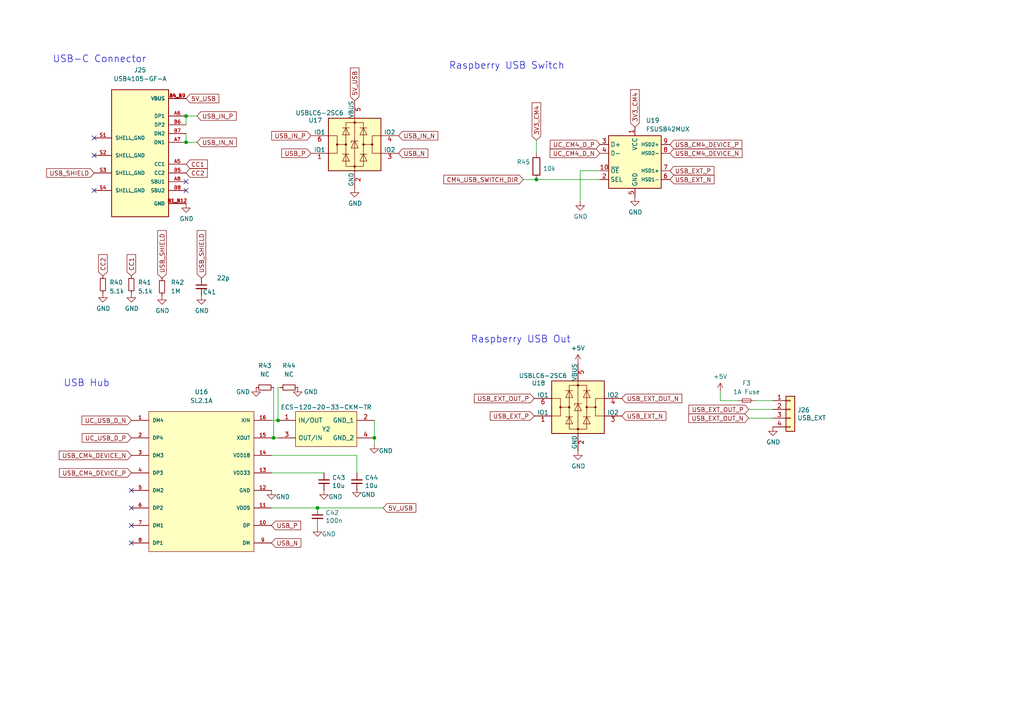
<source format=kicad_sch>
(kicad_sch (version 20231120) (generator "eeschema") (generator_version "8.0")
  (paper "A4")
  (lib_symbols
    (symbol "Connector_Generic:Conn_01x04" (pin_names (offset 1.016) hide)
      (property "Reference" "J" (at 0 5.08 0))
      (property "Value" "Conn_01x04" (at 0 -7.62 0))
      (symbol "Conn_01x04_1_1"
        (rectangle (start -1.27 -4.953) (end 0 -5.207) (stroke (width 0.1524)))
        (rectangle (start -1.27 -2.413) (end 0 -2.667) (stroke (width 0.1524)))
        (rectangle (start -1.27 0.127) (end 0 -0.127) (stroke (width 0.1524)))
        (rectangle (start -1.27 2.667) (end 0 2.413) (stroke (width 0.1524)))
        (rectangle (start -1.27 3.81) (end 1.27 -6.35) (stroke (width 0.254)) (fill (type background)))
        (pin passive line (at -5.08 2.54 0) (length 3.81) (name "Pin_1") (number "1"))
        (pin passive line (at -5.08 0 0) (length 3.81) (name "Pin_2") (number "2"))
        (pin passive line (at -5.08 -2.54 0) (length 3.81) (name "Pin_3") (number "3"))
        (pin passive line (at -5.08 -5.08 0) (length 3.81) (name "Pin_4") (number "4"))
      )
    )
    (symbol "Device:C_Small" (pin_numbers hide) (pin_names (offset 0.254) hide)
      (property "Reference" "C" (at 0.254 1.778 0))
      (property "Value" "C_Small" (at 0.254 -2.032 0))
      (symbol "C_Small_0_1"
        (polyline (pts (xy -1.524 -0.508) (xy 1.524 -0.508)) (stroke (width 0.3302)))
        (polyline (pts (xy -1.524 0.508) (xy 1.524 0.508)) (stroke (width 0.3048)))
      )
      (symbol "C_Small_1_1"
        (pin passive line (at 0 2.54 270) (length 2.032) (name "~") (number "1"))
        (pin passive line (at 0 -2.54 90) (length 2.032) (name "~") (number "2"))
      )
    )
    (symbol "Device:Fuse_Small" (pin_numbers hide) (pin_names (offset 0.254) hide)
      (property "Reference" "F" (at 0 -1.524 0))
      (property "Value" "Fuse_Small" (at 0 1.524 0))
      (symbol "Fuse_Small_0_1"
        (rectangle (start -1.27 0.508) (end 1.27 -0.508))
        (polyline (pts (xy -1.27 0) (xy 1.27 0)))
      )
      (symbol "Fuse_Small_1_1"
        (pin passive line (at -2.54 0 0) (length 1.27) (name "~") (number "1"))
        (pin passive line (at 2.54 0 180) (length 1.27) (name "~") (number "2"))
      )
    )
    (symbol "Device:R" (pin_numbers hide) (pin_names (offset 0))
      (property "Reference" "R" (at 2.032 0 90))
      (property "Value" "R" (at 0 0 90))
      (symbol "R_0_1"
        (rectangle (start -1.016 -2.54) (end 1.016 2.54) (stroke (width 0.254)))
      )
      (symbol "R_1_1"
        (pin passive line (at 0 3.81 270) (length 1.27) (name "~") (number "1"))
        (pin passive line (at 0 -3.81 90) (length 1.27) (name "~") (number "2"))
      )
    )
    (symbol "Device:R_Small" (pin_numbers hide) (pin_names (offset 0.254) hide)
      (property "Reference" "R" (at 0.762 0.508 0))
      (property "Value" "R_Small" (at 0.762 -1.016 0))
      (symbol "R_Small_0_1"
        (rectangle (start -0.762 1.778) (end 0.762 -1.778) (stroke (width 0.2032)))
      )
      (symbol "R_Small_1_1"
        (pin passive line (at 0 2.54 270) (length 0.762) (name "~") (number "1"))
        (pin passive line (at 0 -2.54 90) (length 0.762) (name "~") (number "2"))
      )
    )
    (symbol "Interface_USB:FSUSB42MUX"
      (property "Reference" "U" (at -6.35 8.89 0))
      (property "Value" "FSUSB42MUX" (at 7.62 8.89 0))
      (symbol "FSUSB42MUX_0_1"
        (rectangle (start 7.62 7.62) (end -7.62 -7.62) (stroke (width 0.254)) (fill (type background)))
      )
      (symbol "FSUSB42MUX_1_1"
        (pin power_in line (at 0 10.16 270) (length 2.54) (name "VCC") (number "1"))
        (pin input line (at -10.16 -2.54 0) (length 2.54) (name "~{OE}") (number "10"))
        (pin input line (at -10.16 -5.08 0) (length 2.54) (name "SEL") (number "2"))
        (pin bidirectional line (at -10.16 5.08 0) (length 2.54) (name "D+") (number "3"))
        (pin bidirectional line (at -10.16 2.54 0) (length 2.54) (name "D-") (number "4"))
        (pin power_in line (at 0 -10.16 90) (length 2.54) (name "GND") (number "5"))
        (pin bidirectional line (at 10.16 -5.08 180) (length 2.54) (name "HSD1-") (number "6"))
        (pin bidirectional line (at 10.16 -2.54 180) (length 2.54) (name "HSD1+") (number "7"))
        (pin bidirectional line (at 10.16 2.54 180) (length 2.54) (name "HSD2-") (number "8"))
        (pin bidirectional line (at 10.16 5.08 180) (length 2.54) (name "HSD2+") (number "9"))
      )
    )
    (symbol "Power_Protection:USBLC6-2SC6" (pin_names (offset 0))
      (property "Reference" "U" (at 5.08 8.89 0))
      (property "Value" "USBLC6-2SC6" (at 10.16 -10.16 0))
      (symbol "USBLC6-2SC6_0_1"
        (rectangle (start -7.62 -7.62) (end 7.62 7.62) (stroke (width 0.254)) (fill (type background)))
        (circle (center -5.08 0) (radius 0.254) (fill (type outline)))
        (circle (center -2.54 0) (radius 0.254) (fill (type outline)))
        (rectangle (start -2.54 6.35) (end 2.54 -6.35))
        (circle (center 0 -6.35) (radius 0.254) (fill (type outline)))
        (polyline (pts (xy -5.08 -2.54) (xy -7.62 -2.54)))
        (polyline (pts (xy -5.08 0) (xy -5.08 -2.54)))
        (polyline (pts (xy -5.08 2.54) (xy -7.62 2.54)))
        (polyline (pts (xy -1.524 -2.794) (xy -3.556 -2.794)))
        (polyline (pts (xy -1.524 4.826) (xy -3.556 4.826)))
        (polyline (pts (xy 0 -7.62) (xy 0 -6.35)))
        (polyline (pts (xy 0 -6.35) (xy 0 1.27)))
        (polyline (pts (xy 0 1.27) (xy 0 6.35)))
        (polyline (pts (xy 0 6.35) (xy 0 7.62)))
        (polyline (pts (xy 1.524 -2.794) (xy 3.556 -2.794)))
        (polyline (pts (xy 1.524 4.826) (xy 3.556 4.826)))
        (polyline (pts (xy 5.08 -2.54) (xy 7.62 -2.54)))
        (polyline (pts (xy 5.08 0) (xy 5.08 -2.54)))
        (polyline (pts (xy 5.08 2.54) (xy 7.62 2.54)))
        (polyline (pts (xy -2.54 0) (xy -5.08 0) (xy -5.08 2.54)))
        (polyline (pts (xy 2.54 0) (xy 5.08 0) (xy 5.08 2.54)))
        (polyline (pts (xy -3.556 -4.826) (xy -1.524 -4.826) (xy -2.54 -2.794) (xy -3.556 -4.826)))
        (polyline (pts (xy -3.556 2.794) (xy -1.524 2.794) (xy -2.54 4.826) (xy -3.556 2.794)))
        (polyline (pts (xy -1.016 -1.016) (xy 1.016 -1.016) (xy 0 1.016) (xy -1.016 -1.016)))
        (polyline (pts (xy 1.016 1.016) (xy 0.762 1.016) (xy -1.016 1.016) (xy -1.016 0.508)))
        (polyline (pts (xy 3.556 -4.826) (xy 1.524 -4.826) (xy 2.54 -2.794) (xy 3.556 -4.826)))
        (polyline (pts (xy 3.556 2.794) (xy 1.524 2.794) (xy 2.54 4.826) (xy 3.556 2.794)))
        (circle (center 0 6.35) (radius 0.254) (fill (type outline)))
        (circle (center 2.54 0) (radius 0.254) (fill (type outline)))
        (circle (center 5.08 0) (radius 0.254) (fill (type outline)))
      )
      (symbol "USBLC6-2SC6_1_1"
        (pin passive line (at -12.7 -2.54 0) (length 5.08) (name "IO1") (number "1"))
        (pin passive line (at 0 -12.7 90) (length 5.08) (name "GND") (number "2"))
        (pin passive line (at 12.7 -2.54 180) (length 5.08) (name "IO2") (number "3"))
        (pin passive line (at 12.7 2.54 180) (length 5.08) (name "IO2") (number "4"))
        (pin passive line (at 0 12.7 270) (length 5.08) (name "VBUS") (number "5"))
        (pin passive line (at -12.7 2.54 0) (length 5.08) (name "IO1") (number "6"))
      )
    )
    (symbol "downloaded_parts:ECS-120-20-33-CKM-TR" (pin_names (offset 0.762))
      (property "Reference" "Y?" (at 16.51 7.62 0))
      (property "Value" "ECS-120-20-33-CKM-TR" (at 11.43 -7.62 0))
      (symbol "ECS-120-20-33-CKM-TR_0_0"
        (pin passive line (at -2.54 -11.43 0) (length 5.08) (name "IN/OUT") (number "1"))
        (pin passive line (at 25.4 -11.43 180) (length 5.08) (name "GND_1") (number "2"))
        (pin passive line (at -2.54 -16.51 0) (length 5.08) (name "OUT/IN") (number "3"))
        (pin passive line (at 25.4 -16.51 180) (length 5.08) (name "GND_2") (number "4"))
      )
      (symbol "ECS-120-20-33-CKM-TR_0_1"
        (rectangle (start 2.54 -8.89) (end 20.32 -19.05) (stroke (width 0.1524)) (fill (type background)))
      )
    )
    (symbol "downloaded_parts:SL2.1A" (pin_names (offset 1.016))
      (property "Reference" "U11" (at 0 25.4 0))
      (property "Value" "SL2.1A" (at 0 22.86 0))
      (symbol "SL2.1A_0_0"
        (pin bidirectional line (at -20.32 17.78 0) (length 5.08) (name "DM4") (number "1"))
        (pin bidirectional line (at 20.32 -12.7 180) (length 5.08) (name "DP") (number "10"))
        (pin bidirectional line (at 20.32 -7.62 180) (length 5.08) (name "VDD5") (number "11"))
        (pin bidirectional line (at 20.32 -2.54 180) (length 5.08) (name "GND") (number "12"))
        (pin bidirectional line (at 20.32 2.54 180) (length 5.08) (name "VDD33") (number "13"))
        (pin bidirectional line (at 20.32 7.62 180) (length 5.08) (name "VDD18") (number "14"))
        (pin bidirectional line (at 20.32 12.7 180) (length 5.08) (name "XOUT") (number "15"))
        (pin bidirectional line (at 20.32 17.78 180) (length 5.08) (name "XIN") (number "16"))
        (pin bidirectional line (at -20.32 12.7 0) (length 5.08) (name "DP4") (number "2"))
        (pin bidirectional line (at -20.32 7.62 0) (length 5.08) (name "DM3") (number "3"))
        (pin bidirectional line (at -20.32 2.54 0) (length 5.08) (name "DP3") (number "4"))
        (pin bidirectional line (at -20.32 -2.54 0) (length 5.08) (name "DM2") (number "5"))
        (pin bidirectional line (at -20.32 -7.62 0) (length 5.08) (name "DP2") (number "6"))
        (pin bidirectional line (at -20.32 -12.7 0) (length 5.08) (name "DM1") (number "7"))
        (pin bidirectional line (at -20.32 -17.78 0) (length 5.08) (name "DP1") (number "8"))
        (pin bidirectional line (at 20.32 -17.78 180) (length 5.08) (name "DM") (number "9"))
      )
      (symbol "SL2.1A_0_1"
        (rectangle (start -15.24 20.32) (end 15.24 -20.32) (stroke (width 0.1524)) (fill (type background)))
      )
    )
    (symbol "downloaded_parts:USB4105-GF-A" (pin_names (offset 1.016))
      (property "Reference" "J5" (at 0 16.51 0))
      (property "Value" "USB4105-GF-A" (at 0 13.97 0))
      (symbol "USB4105-GF-A_0_0"
        (rectangle (start -1.27 12.7) (end 15.24 -24.13) (stroke (width 0.254)) (fill (type background)))
        (pin power_in line (at 20.32 -20.32 180) (length 5.08) (name "GND") (number "A1_B12"))
        (pin power_in line (at 20.32 10.16 180) (length 5.08) (name "VBUS") (number "A4_B9"))
        (pin bidirectional line (at 20.32 -8.89 180) (length 5.08) (name "CC1") (number "A5"))
        (pin bidirectional line (at 20.32 5.08 180) (length 5.08) (name "DP1") (number "A6"))
        (pin bidirectional line (at 20.32 -2.54 180) (length 5.08) (name "DN1") (number "A7"))
        (pin bidirectional line (at 20.32 -13.97 180) (length 5.08) (name "SBU1") (number "A8"))
        (pin power_in line (at 20.32 -20.32 180) (length 5.08) (name "GND") (number "B1_A12"))
        (pin power_in line (at 20.32 10.16 180) (length 5.08) (name "VBUS") (number "B4_A9"))
        (pin bidirectional line (at 20.32 -11.43 180) (length 5.08) (name "CC2") (number "B5"))
        (pin bidirectional line (at 20.32 2.54 180) (length 5.08) (name "DP2") (number "B6"))
        (pin bidirectional line (at 20.32 0 180) (length 5.08) (name "DN2") (number "B7"))
        (pin bidirectional line (at 20.32 -16.51 180) (length 5.08) (name "SBU2") (number "B8"))
        (pin power_in line (at -6.35 -1.27 0) (length 5.08) (name "SHELL_GND") (number "S1"))
        (pin power_in line (at -6.35 -6.35 0) (length 5.08) (name "SHELL_GND") (number "S2"))
        (pin power_in line (at -6.35 -11.43 0) (length 5.08) (name "SHELL_GND") (number "S3"))
        (pin power_in line (at -6.35 -16.51 0) (length 5.08) (name "SHELL_GND") (number "S4"))
      )
    )
    (symbol "power:+5V" (power) (pin_names (offset 0))
      (property "Value" "+5V" (at 0 3.556 0))
      (symbol "+5V_0_1"
        (polyline (pts (xy -0.762 1.27) (xy 0 2.54)))
        (polyline (pts (xy 0 0) (xy 0 2.54)))
        (polyline (pts (xy 0 2.54) (xy 0.762 1.27)))
      )
      (symbol "+5V_1_1"
        (pin power_in line (at 0 0 90) (length 0) hide (name "+5V") (number "1"))
      )
    )
    (symbol "power:GND" (power) (pin_names (offset 0))
      (property "Value" "GND" (at 0 -3.81 0))
      (symbol "GND_0_1"
        (polyline (pts (xy 0 0) (xy 0 -1.27) (xy 1.27 -1.27) (xy 0 -2.54) (xy -1.27 -1.27) (xy 0 -1.27)))
      )
      (symbol "GND_1_1"
        (pin power_in line (at 0 0 270) (length 0) hide (name "GND") (number "1"))
      )
    )
  )
  (junction (at 79.375 127))
  (junction (at 53.975 41.275))
  (junction (at 155.575 52.07))
  (junction (at 92.075 147.32))
  (junction (at 53.975 33.655))
  (junction (at 80.645 121.92))
  (junction (at 108.585 127))
  (no_connect (at 27.305 45.085))
  (no_connect (at 27.305 40.005))
  (no_connect (at 27.305 55.245))
  (no_connect (at 38.1 157.48))
  (no_connect (at 38.1 147.32))
  (no_connect (at 38.1 142.24))
  (no_connect (at 53.975 55.245))
  (no_connect (at 53.975 52.705))
  (no_connect (at 38.1 152.4))
  (wire (pts (xy 92.075 147.32) (xy 111.125 147.32)))
  (wire (pts (xy 80.645 127) (xy 79.375 127)))
  (wire (pts (xy 151.765 52.07) (xy 155.575 52.07)))
  (wire (pts (xy 108.585 121.92) (xy 108.585 127)))
  (wire (pts (xy 103.505 132.08) (xy 78.74 132.08)))
  (wire (pts (xy 208.915 113.665) (xy 208.915 116.205)))
  (wire (pts (xy 217.17 118.745) (xy 224.155 118.745)))
  (wire (pts (xy 219.075 116.205) (xy 224.155 116.205)))
  (wire (pts (xy 155.575 40.64) (xy 155.575 44.45)))
  (wire (pts (xy 79.375 112.395) (xy 79.375 127)))
  (wire (pts (xy 79.375 127) (xy 78.74 127)))
  (wire (pts (xy 78.74 137.16) (xy 93.98 137.16)))
  (wire (pts (xy 103.505 142.24) (xy 103.505 141.605)))
  (wire (pts (xy 168.275 49.53) (xy 168.275 58.42)))
  (wire (pts (xy 217.17 121.285) (xy 224.155 121.285)))
  (wire (pts (xy 103.505 137.16) (xy 103.505 132.08)))
  (wire (pts (xy 53.975 41.275) (xy 57.15 41.275)))
  (wire (pts (xy 80.645 121.92) (xy 78.74 121.92)))
  (wire (pts (xy 92.075 152.4) (xy 92.075 153.035)))
  (wire (pts (xy 108.585 128.905) (xy 108.585 127)))
  (wire (pts (xy 155.575 52.07) (xy 173.99 52.07)))
  (wire (pts (xy 173.99 49.53) (xy 168.275 49.53)))
  (wire (pts (xy 80.645 112.395) (xy 80.645 121.92)))
  (wire (pts (xy 53.975 33.655) (xy 53.975 36.195)))
  (wire (pts (xy 81.28 112.395) (xy 80.645 112.395)))
  (wire (pts (xy 53.975 33.655) (xy 57.15 33.655)))
  (wire (pts (xy 53.975 38.735) (xy 53.975 41.275)))
  (wire (pts (xy 92.075 147.32) (xy 78.74 147.32)))
  (wire (pts (xy 208.915 116.205) (xy 213.995 116.205)))
  (text "Raspberry USB Switch" (at 130.175 20.32 0) (effects (font (size 2 2)) (justify left bottom)))
  (text "USB-C Connector" (at 15.24 18.415 0) (effects (font (size 2 2)) (justify left bottom)))
  (text "Raspberry USB Out" (at 136.525 99.695 0) (effects (font (size 2 2)) (justify left bottom)))
  (text "USB Hub" (at 18.415 112.395 0) (effects (font (size 2 2)) (justify left bottom)))
  (global_label "UC_CM4_D_N" (shape input) (at 173.99 44.45 180) (property "Intersheetrefs" "${INTERSHEET_REFS}" (effects (hide yes))))
  (global_label "USB_IN_N" (shape input) (at 57.15 41.275 0) (property "Intersheetrefs" "${INTERSHEET_REFS}" (effects (hide yes))))
  (global_label "USB_N" (shape input) (at 115.57 44.45 0) (property "Intersheetrefs" "${INTERSHEET_REFS}" (effects (hide yes))))
  (global_label "USB_P" (shape input) (at 90.17 44.45 180) (property "Intersheetrefs" "${INTERSHEET_REFS}" (effects (hide yes))))
  (global_label "USB_CM4_DEVICE_N" (shape input) (at 38.1 132.08 180) (property "Intersheetrefs" "${INTERSHEET_REFS}" (effects (hide yes))))
  (global_label "3V3_CM4" (shape input) (at 184.15 36.83 90) (property "Intersheetrefs" "${INTERSHEET_REFS}" (effects (hide yes))))
  (global_label "CC1" (shape input) (at 53.975 47.625 0) (property "Intersheetrefs" "${INTERSHEET_REFS}" (effects (hide yes))))
  (global_label "3V3_CM4" (shape input) (at 155.575 40.64 90) (property "Intersheetrefs" "${INTERSHEET_REFS}" (effects (hide yes))))
  (global_label "USB_SHIELD" (shape input) (at 46.99 80.645 90) (property "Intersheetrefs" "${INTERSHEET_REFS}" (effects (hide yes))))
  (global_label "UC_USB_D_P" (shape input) (at 38.1 127 180) (property "Intersheetrefs" "${INTERSHEET_REFS}" (effects (hide yes))))
  (global_label "USB_IN_P" (shape input) (at 90.17 39.37 180) (property "Intersheetrefs" "${INTERSHEET_REFS}" (effects (hide yes))))
  (global_label "5V_USB" (shape input) (at 111.125 147.32 0) (property "Intersheetrefs" "${INTERSHEET_REFS}" (effects (hide yes))))
  (global_label "USB_EXT_OUT_P" (shape input) (at 154.94 115.57 180) (property "Intersheetrefs" "${INTERSHEET_REFS}" (effects (hide yes))))
  (global_label "5V_USB" (shape input) (at 102.87 29.21 90) (property "Intersheetrefs" "${INTERSHEET_REFS}" (effects (hide yes))))
  (global_label "USB_SHIELD" (shape input) (at 58.42 80.645 90) (property "Intersheetrefs" "${INTERSHEET_REFS}" (effects (hide yes))))
  (global_label "5V_USB" (shape input) (at 53.975 28.575 0) (property "Intersheetrefs" "${INTERSHEET_REFS}" (effects (hide yes))))
  (global_label "USB_EXT_OUT_N" (shape input) (at 180.34 115.57 0) (property "Intersheetrefs" "${INTERSHEET_REFS}" (effects (hide yes))))
  (global_label "USB_IN_N" (shape input) (at 115.57 39.37 0) (property "Intersheetrefs" "${INTERSHEET_REFS}" (effects (hide yes))))
  (global_label "USB_EXT_N" (shape input) (at 194.31 52.07 0) (property "Intersheetrefs" "${INTERSHEET_REFS}" (effects (hide yes))))
  (global_label "CM4_USB_SWITCH_DIR" (shape input) (at 151.765 52.07 180) (property "Intersheetrefs" "${INTERSHEET_REFS}" (effects (hide yes))))
  (global_label "USB_EXT_OUT_P" (shape input) (at 217.17 118.745 180) (property "Intersheetrefs" "${INTERSHEET_REFS}" (effects (hide yes))))
  (global_label "UC_CM4_D_P" (shape input) (at 173.99 41.91 180) (property "Intersheetrefs" "${INTERSHEET_REFS}" (effects (hide yes))))
  (global_label "USB_CM4_DEVICE_N" (shape input) (at 194.31 44.45 0) (property "Intersheetrefs" "${INTERSHEET_REFS}" (effects (hide yes))))
  (global_label "USB_EXT_OUT_N" (shape input) (at 217.17 121.285 180) (property "Intersheetrefs" "${INTERSHEET_REFS}" (effects (hide yes))))
  (global_label "USB_SHIELD" (shape input) (at 27.305 50.165 180) (property "Intersheetrefs" "${INTERSHEET_REFS}" (effects (hide yes))))
  (global_label "USB_EXT_P" (shape input) (at 154.94 120.65 180) (property "Intersheetrefs" "${INTERSHEET_REFS}" (effects (hide yes))))
  (global_label "USB_CM4_DEVICE_P" (shape input) (at 38.1 137.16 180) (property "Intersheetrefs" "${INTERSHEET_REFS}" (effects (hide yes))))
  (global_label "USB_EXT_N" (shape input) (at 180.34 120.65 0) (property "Intersheetrefs" "${INTERSHEET_REFS}" (effects (hide yes))))
  (global_label "UC_USB_D_N" (shape input) (at 38.1 121.92 180) (property "Intersheetrefs" "${INTERSHEET_REFS}" (effects (hide yes))))
  (global_label "CC2" (shape input) (at 29.845 80.01 90) (property "Intersheetrefs" "${INTERSHEET_REFS}" (effects (hide yes))))
  (global_label "USB_N" (shape input) (at 78.74 157.48 0) (property "Intersheetrefs" "${INTERSHEET_REFS}" (effects (hide yes))))
  (global_label "USB_EXT_P" (shape input) (at 194.31 49.53 0) (property "Intersheetrefs" "${INTERSHEET_REFS}" (effects (hide yes))))
  (global_label "USB_CM4_DEVICE_P" (shape input) (at 194.31 41.91 0) (property "Intersheetrefs" "${INTERSHEET_REFS}" (effects (hide yes))))
  (global_label "CC1" (shape input) (at 38.1 80.01 90) (property "Intersheetrefs" "${INTERSHEET_REFS}" (effects (hide yes))))
  (global_label "USB_IN_P" (shape input) (at 57.15 33.655 0) (property "Intersheetrefs" "${INTERSHEET_REFS}" (effects (hide yes))))
  (global_label "USB_P" (shape input) (at 78.74 152.4 0) (property "Intersheetrefs" "${INTERSHEET_REFS}" (effects (hide yes))))
  (global_label "CC2" (shape input) (at 53.975 50.165 0) (property "Intersheetrefs" "${INTERSHEET_REFS}" (effects (hide yes))))
  (symbol (lib_id "Device:C_Small") (at 93.98 139.7 0) (unit 1)
    (property "Reference" "C43" (at 96.3042 138.5506 0) (effects (justify left)))
    (property "Value" "10u" (at 96.304 140.849 0) (effects (justify left)))
    (property "Footprint" "Capacitor_SMD:C_0805_2012Metric" (effects (hide yes)))
  )
  (symbol (lib_id "Device:R") (at 155.575 48.26 0) (unit 1)
    (property "Reference" "R45" (at 149.86 46.99 0) (effects (justify left)))
    (property "Value" "10k" (at 157.48 48.895 0) (effects (justify left)))
    (property "Footprint" "Resistor_SMD:R_0603_1608Metric" (effects (hide yes)))
    (property "Datasheet" "https://fscdn.rohm.com/en/products/databook/datasheet/passive/resistor/chip_resistor/mcr-e.pdf" (effects (hide yes)))
    (property "Field4" "Farnell" (effects (hide yes)))
    (property "Field5" "9239278" (effects (hide yes)))
    (property "Field7" "KOA EUROPE GMBH" (effects (hide yes)))
    (property "Field6" "RK73G1ETQTP2201D         " (effects (hide yes)))
    (property "Part Description" "Resistor 2.2K M1005 1% 63mW" (effects (hide yes)))
    (property "Field8" "120889581" (effects (hide yes)))
  )
  (symbol (lib_id "Power_Protection:USBLC6-2SC6") (at 102.87 41.91 0) (unit 1)
    (property "Reference" "U17" (at 91.44 34.9058 0))
    (property "Value" "USBLC6-2SC6" (at 92.71 32.7595 0))
    (property "Footprint" "Package_TO_SOT_SMD:SOT-23-6" (effects (hide yes)))
    (property "Datasheet" "http://www2.st.com/resource/en/datasheet/CD00050750.pdf" (effects (hide yes)))
  )
  (symbol (lib_id "Device:C_Small") (at 92.075 149.86 0) (unit 1)
    (property "Reference" "C42" (at 94.3992 148.7106 0) (effects (justify left)))
    (property "Value" "100n" (at 94.399 151.009 0) (effects (justify left)))
    (property "Footprint" "Capacitor_SMD:C_0805_2012Metric" (effects (hide yes)))
  )
  (symbol (lib_id "Device:Fuse_Small") (at 216.535 116.205 0) (unit 1)
    (property "Reference" "F3" (at 216.535 111.125 0))
    (property "Value" "1A Fuse" (at 216.535 113.665 0))
    (property "Footprint" "Fuse:Fuse_1206_3216Metric" (effects (hide yes)))
  )
  (symbol (lib_id "power:GND") (at 38.1 85.09 0) (unit 1)
    (property "Reference" "#PWR0113" (effects (hide yes)))
    (property "Value" "GND" (at 38.227 89.4842 0))
  )
  (symbol (lib_id "downloaded_parts:USB4105-GF-A") (at 33.655 38.735 0) (unit 1)
    (property "Reference" "J25" (at 40.64 20.32 0))
    (property "Value" "USB4105-GF-A" (at 40.64 22.86 0))
    (property "Footprint" "downloaded_parts:GCT_USB4105-GF-A" (effects (hide yes)))
    (property "MANUFACTURER" "GCT" (effects (hide yes)))
    (property "PARTREV" "A3" (effects (hide yes)))
    (property "MAXIMUM_PACKAGE_HEIGHT" "3.31 mm" (effects (hide yes)))
    (property "STANDARD" "Manufacturer Recommendations" (effects (hide yes)))
  )
  (symbol (lib_id "Device:C_Small") (at 103.505 139.7 0) (unit 1)
    (property "Reference" "C44" (at 105.8292 138.5506 0) (effects (justify left)))
    (property "Value" "10u" (at 105.829 140.849 0) (effects (justify left)))
    (property "Footprint" "Capacitor_SMD:C_0805_2012Metric" (effects (hide yes)))
  )
  (symbol (lib_id "downloaded_parts:SL2.1A") (at 58.42 139.7 0) (unit 1)
    (property "Reference" "U16" (at 58.42 113.665 0))
    (property "Value" "SL2.1A" (at 58.42 116.205 0))
    (property "Footprint" "Package_SO:SO-16_3.9x9.9mm_P1.27mm" (effects (hide yes)))
  )
  (symbol (lib_id "downloaded_parts:ECS-120-20-33-CKM-TR") (at 83.185 110.49 0) (unit 1)
    (property "Reference" "Y2" (at 94.615 124.46 0))
    (property "Value" "ECS-120-20-33-CKM-TR" (at 94.615 118.11 0))
    (property "Footprint" "downloaded_parts:ECS1202033CKMTR" (effects (hide yes)))
    (property "Datasheet" "https://ecsxtal.com/store/pdf/ecx-32.pdf" (effects (hide yes)))
    (property "Description" "Crystals 12.000MHz 20pF 10ppm -20C +70C" (effects (hide yes)))
    (property "Height" "0.8" (effects (hide yes)))
    (property "Mouser Part Number" "520-120-20-33-CKMT" (effects (hide yes)))
    (property "Mouser Price/Stock" "https://www.mouser.co.uk/ProductDetail/ECS/ECS-120-20-33-CKM-TR?qs=ttzZIJSyan3D8IeYzLfaEw%3D%3D" (effects (hide yes)))
    (property "Manufacturer_Name" "ECS" (effects (hide yes)))
    (property "Manufacturer_Part_Number" "ECS-120-20-33-CKM-TR" (effects (hide yes)))
  )
  (symbol (lib_id "Device:R_Small") (at 29.845 82.55 0) (unit 1)
    (property "Reference" "R40" (at 31.75 81.9149 0) (effects (justify left)))
    (property "Value" "5.1k" (at 31.75 84.4549 0) (effects (justify left)))
    (property "Footprint" "Resistor_SMD:R_0603_1608Metric" (effects (hide yes)))
  )
  (symbol (lib_id "power:GND") (at 184.15 57.15 0) (unit 1)
    (property "Reference" "#PWR0128" (effects (hide yes)))
    (property "Value" "GND" (at 184.277 61.5442 0))
  )
  (symbol (lib_id "power:GND") (at 108.585 128.905 0) (unit 1)
    (property "Reference" "#PWR0124" (effects (hide yes)))
    (property "Value" "GND" (at 111.887 130.7592 0))
  )
  (symbol (lib_id "Device:R_Small") (at 83.82 112.395 270) (unit 1)
    (property "Reference" "R44" (at 83.82 106.045 90))
    (property "Value" "NC" (at 83.82 108.585 90))
    (property "Footprint" "Resistor_SMD:R_0603_1608Metric" (effects (hide yes)))
  )
  (symbol (lib_id "power:GND") (at 78.74 142.24 0) (unit 1)
    (property "Reference" "#PWR0118" (effects (hide yes)))
    (property "Value" "GND" (at 82.042 144.0942 0))
  )
  (symbol (lib_id "power:GND") (at 224.155 123.825 0) (unit 1)
    (property "Reference" "#PWR0130" (effects (hide yes)))
    (property "Value" "GND" (at 224.282 128.2192 0))
  )
  (symbol (lib_id "power:+5V") (at 167.64 105.41 0) (unit 1)
    (property "Reference" "#PWR0125" (effects (hide yes)))
    (property "Value" "+5V" (at 167.64 100.965 0))
  )
  (symbol (lib_id "power:GND") (at 102.87 54.61 0) (unit 1)
    (property "Reference" "#PWR0122" (effects (hide yes)))
    (property "Value" "GND" (at 102.997 59.0042 0))
  )
  (symbol (lib_id "Device:C_Small") (at 58.42 83.185 0) (unit 1)
    (property "Reference" "C41" (at 58.801 84.7089 0) (effects (justify left)))
    (property "Value" "22p" (at 62.865 80.645 0) (effects (justify left)))
    (property "Footprint" "Capacitor_SMD:C_0603_1608Metric" (effects (hide yes)))
  )
  (symbol (lib_id "Interface_USB:FSUSB42MUX") (at 184.15 46.99 0) (unit 1)
    (property "Reference" "U19" (at 187.325 34.925 0) (effects (justify left)))
    (property "Value" "FSUSB42MUX" (at 187.325 37.465 0) (effects (justify left)))
    (property "Footprint" "Package_SO:MSOP-10_3x3mm_P0.5mm" (effects (hide yes)))
    (property "Datasheet" "https://www.onsemi.com/pub/Collateral/FSUSB42-D.PDF" (effects (hide yes)))
  )
  (symbol (lib_id "power:GND") (at 167.64 130.81 0) (unit 1)
    (property "Reference" "#PWR0126" (effects (hide yes)))
    (property "Value" "GND" (at 167.767 135.2042 0))
  )
  (symbol (lib_id "power:GND") (at 168.275 58.42 0) (unit 1)
    (property "Reference" "#PWR0127" (effects (hide yes)))
    (property "Value" "GND" (at 168.402 62.8142 0))
  )
  (symbol (lib_id "Device:R_Small") (at 46.99 83.185 0) (unit 1)
    (property "Reference" "R42" (at 49.53 81.9149 0) (effects (justify left)))
    (property "Value" "1M" (at 49.53 84.4549 0) (effects (justify left)))
    (property "Footprint" "Resistor_SMD:R_0603_1608Metric" (effects (hide yes)))
  )
  (symbol (lib_id "power:GND") (at 58.42 85.725 0) (unit 1)
    (property "Reference" "#PWR0116" (effects (hide yes)))
    (property "Value" "GND" (at 58.547 90.1192 0))
  )
  (symbol (lib_id "Connector_Generic:Conn_01x04") (at 229.235 118.745 0) (unit 1)
    (property "Reference" "J26" (at 231.2671 118.9164 0) (effects (justify left)))
    (property "Value" "USB_EXT" (at 231.267 121.215 0) (effects (justify left)))
    (property "Footprint" "Connector_JST:JST_GH_BM04B-GHS-TBT_1x04-1MP_P1.25mm_Vertical" (effects (hide yes)))
  )
  (symbol (lib_id "power:GND") (at 46.99 85.725 0) (unit 1)
    (property "Reference" "#PWR0114" (effects (hide yes)))
    (property "Value" "GND" (at 47.117 90.1192 0))
  )
  (symbol (lib_id "power:GND") (at 86.36 112.395 0) (unit 1)
    (property "Reference" "#PWR0119" (effects (hide yes)))
    (property "Value" "GND" (at 90.17 113.665 0))
  )
  (symbol (lib_id "power:GND") (at 103.505 141.605 0) (unit 1)
    (property "Reference" "#PWR0123" (effects (hide yes)))
    (property "Value" "GND" (at 106.807 143.4592 0))
  )
  (symbol (lib_id "Device:R_Small") (at 38.1 82.55 0) (unit 1)
    (property "Reference" "R41" (at 40.005 81.9149 0) (effects (justify left)))
    (property "Value" "5.1k" (at 40.005 84.4549 0) (effects (justify left)))
    (property "Footprint" "Resistor_SMD:R_0603_1608Metric" (effects (hide yes)))
  )
  (symbol (lib_id "power:GND") (at 53.975 59.055 0) (unit 1)
    (property "Reference" "#PWR0115" (effects (hide yes)))
    (property "Value" "GND" (at 54.102 63.4492 0))
  )
  (symbol (lib_id "Power_Protection:USBLC6-2SC6") (at 167.64 118.11 0) (unit 1)
    (property "Reference" "U18" (at 156.21 111.1058 0))
    (property "Value" "USBLC6-2SC6" (at 157.48 108.9595 0))
    (property "Footprint" "Package_TO_SOT_SMD:SOT-23-6" (effects (hide yes)))
    (property "Datasheet" "http://www2.st.com/resource/en/datasheet/CD00050750.pdf" (effects (hide yes)))
  )
  (symbol (lib_id "power:GND") (at 29.845 85.09 0) (unit 1)
    (property "Reference" "#PWR0112" (effects (hide yes)))
    (property "Value" "GND" (at 29.972 89.4842 0))
  )
  (symbol (lib_id "Device:R_Small") (at 76.835 112.395 270) (unit 1)
    (property "Reference" "R43" (at 76.835 106.045 90))
    (property "Value" "NC" (at 76.835 108.585 90))
    (property "Footprint" "Resistor_SMD:R_0603_1608Metric" (effects (hide yes)))
  )
  (symbol (lib_id "power:+5V") (at 208.915 113.665 0) (unit 1)
    (property "Reference" "#PWR0129" (effects (hide yes)))
    (property "Value" "+5V" (at 208.915 109.22 0))
  )
  (symbol (lib_id "power:GND") (at 93.98 142.24 0) (unit 1)
    (property "Reference" "#PWR0121" (effects (hide yes)))
    (property "Value" "GND" (at 97.282 144.0942 0))
  )
  (symbol (lib_id "power:GND") (at 92.075 153.035 0) (unit 1)
    (property "Reference" "#PWR0120" (effects (hide yes)))
    (property "Value" "GND" (at 95.377 154.8892 0))
  )
  (symbol (lib_id "power:GND") (at 74.295 112.395 0) (unit 1)
    (property "Reference" "#PWR0117" (effects (hide yes)))
    (property "Value" "GND" (at 70.485 113.665 0))
  )
)
</source>
